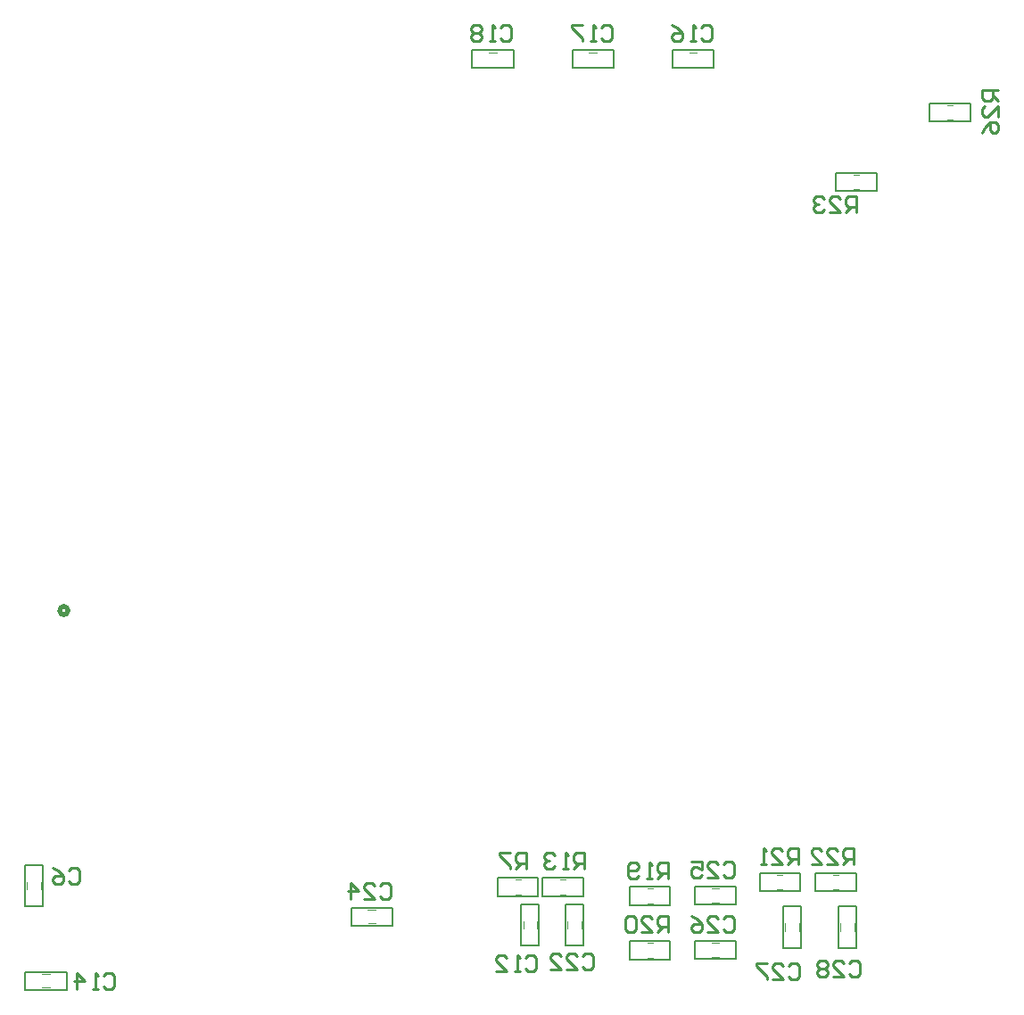
<source format=gbo>
G04*
G04 #@! TF.GenerationSoftware,Altium Limited,Altium Designer,21.2.1 (34)*
G04*
G04 Layer_Color=32896*
%FSTAX24Y24*%
%MOIN*%
G70*
G04*
G04 #@! TF.SameCoordinates,945BCF6C-99F2-443B-AAD4-787717A20437*
G04*
G04*
G04 #@! TF.FilePolarity,Positive*
G04*
G01*
G75*
%ADD10C,0.0200*%
%ADD15C,0.0040*%
%ADD16C,0.0050*%
%ADD17C,0.0100*%
D10*
X01228Y027051D02*
G03*
X01228Y027051I-00015J0D01*
G01*
D15*
X04165Y04334D02*
X04185D01*
X04165Y04279D02*
X04185D01*
X04515Y04594D02*
X04535D01*
X04515Y04539D02*
X04535D01*
X041676Y01508D02*
Y01537D01*
X04115Y01508D02*
Y01536D01*
X039616Y01508D02*
Y01537D01*
X03909Y01508D02*
Y01536D01*
X03067Y017D02*
X03087D01*
X03067Y01645D02*
X03087D01*
X029D02*
X0292D01*
X029Y017D02*
X0292D01*
X029826Y01516D02*
Y01545D01*
X0293Y01516D02*
Y01544D01*
X03096Y01516D02*
Y01544D01*
X031486Y01516D02*
Y01545D01*
X01131Y013486D02*
X0116D01*
X01132Y01296D02*
X0116D01*
X010744Y01662D02*
Y01691D01*
X01127Y01663D02*
Y01691D01*
X04087Y01718D02*
X04107D01*
X04087Y01663D02*
X04107D01*
X03879D02*
X03899D01*
X03879Y01718D02*
X03899D01*
X02802Y04791D02*
X0283D01*
X02802Y047384D02*
X02831D01*
X03176Y04791D02*
X03204D01*
X03176Y047384D02*
X03205D01*
X03551Y04791D02*
X03579D01*
X03551Y047384D02*
X0358D01*
X03393Y01666D02*
X03413D01*
X03393Y01611D02*
X03413D01*
X03393Y01463D02*
X03413D01*
X03393Y01408D02*
X03413D01*
X02349Y015886D02*
X02378D01*
X0235Y01536D02*
X02378D01*
X03633Y014626D02*
X03662D01*
X03634Y0141D02*
X03662D01*
X03633Y016666D02*
X03662D01*
X03634Y01614D02*
X03662D01*
D16*
X04099Y04273D02*
Y04341D01*
Y04273D02*
X04251D01*
Y04341D01*
X04099D02*
X04251D01*
X04449Y04533D02*
Y04601D01*
Y04533D02*
X04601D01*
Y04601D01*
X04449D02*
X04601D01*
X04107Y01445D02*
Y01599D01*
X04174D01*
Y01445D02*
Y01599D01*
X04107Y01445D02*
X04174D01*
X03901D02*
Y01599D01*
X03968D01*
Y01445D02*
Y01599D01*
X03901Y01445D02*
X03968D01*
X03001Y01638D02*
X03153D01*
X03001D02*
Y01706D01*
X03153D01*
Y01638D02*
Y01706D01*
X02986Y01638D02*
Y01706D01*
X02834D02*
X02986D01*
X02834Y01638D02*
Y01706D01*
Y01638D02*
X02986D01*
X02922Y01453D02*
Y01607D01*
X02989D01*
Y01453D02*
Y01607D01*
X02922Y01453D02*
X02989D01*
X03088D02*
X03155D01*
Y01607D01*
X03088D02*
X03155D01*
X03088Y01453D02*
Y01607D01*
X01069Y01288D02*
X01223D01*
X01069D02*
Y01355D01*
X01223D01*
Y01288D02*
Y01355D01*
X01135Y016D02*
Y01754D01*
X01068Y016D02*
X01135D01*
X01068D02*
Y01754D01*
X01135D01*
X04021Y01656D02*
X04173D01*
X04021D02*
Y01724D01*
X04173D01*
Y01656D02*
Y01724D01*
X03965Y01656D02*
Y01724D01*
X03813D02*
X03965D01*
X03813Y01656D02*
Y01724D01*
Y01656D02*
X03965D01*
X02739Y04732D02*
Y04799D01*
Y04732D02*
X02893D01*
Y04799D01*
X02739D02*
X02893D01*
X03113Y04732D02*
Y04799D01*
Y04732D02*
X03267D01*
Y04799D01*
X03113D02*
X03267D01*
X03488Y04732D02*
Y04799D01*
Y04732D02*
X03642D01*
Y04799D01*
X03488D02*
X03642D01*
X03327Y01604D02*
X03479D01*
X03327D02*
Y01672D01*
X03479D01*
Y01604D02*
Y01672D01*
X03327Y01401D02*
X03479D01*
X03327D02*
Y01469D01*
X03479D01*
Y01401D02*
Y01469D01*
X02287Y01528D02*
X02441D01*
X02287D02*
Y01595D01*
X02441D01*
Y01528D02*
Y01595D01*
X03571Y01402D02*
X03725D01*
X03571D02*
Y01469D01*
X03725D01*
Y01402D02*
Y01469D01*
X03571Y01606D02*
X03725D01*
X03571D02*
Y01673D01*
X03725D01*
Y01606D02*
Y01673D01*
D17*
X01361Y01339D02*
X01371Y01349D01*
X01391D01*
X01401Y01339D01*
Y01299D01*
X01391Y01289D01*
X01371D01*
X01361Y01299D01*
X01341Y01289D02*
X01321D01*
X01331D01*
Y01349D01*
X01341Y01339D01*
X01261Y01289D02*
Y01349D01*
X01291Y01319D01*
X01251D01*
X01231Y01732D02*
X01241Y01742D01*
X01261D01*
X01271Y01732D01*
Y01692D01*
X01261Y01682D01*
X01241D01*
X01231Y01692D01*
X01171Y01742D02*
X01191Y01732D01*
X01211Y01712D01*
Y01692D01*
X01201Y01682D01*
X01181D01*
X01171Y01692D01*
Y01702D01*
X01181Y01712D01*
X01211D01*
X04706Y04649D02*
X04646D01*
Y04619D01*
X04656Y04609D01*
X04676D01*
X04686Y04619D01*
Y04649D01*
Y04629D02*
X04706Y04609D01*
Y04549D02*
Y04589D01*
X04666Y04549D01*
X04656D01*
X04646Y04559D01*
Y04579D01*
X04656Y04589D01*
X04646Y04489D02*
X04656Y04509D01*
X04676Y04529D01*
X04696D01*
X04706Y04519D01*
Y04499D01*
X04696Y04489D01*
X04686D01*
X04676Y04499D01*
Y04529D01*
X04174Y04195D02*
Y04255D01*
X04144D01*
X04134Y04245D01*
Y04225D01*
X04144Y04215D01*
X04174D01*
X04154D02*
X04134Y04195D01*
X04074D02*
X04114D01*
X04074Y04235D01*
Y04245D01*
X04084Y04255D01*
X04104D01*
X04114Y04245D01*
X04054D02*
X04044Y04255D01*
X04024D01*
X04014Y04245D01*
Y04235D01*
X04024Y04225D01*
X04034D01*
X04024D01*
X04014Y04215D01*
Y04205D01*
X04024Y04195D01*
X04044D01*
X04054Y04205D01*
X04166Y01756D02*
Y01816D01*
X04136D01*
X04126Y01806D01*
Y01786D01*
X04136Y01776D01*
X04166D01*
X04146D02*
X04126Y01756D01*
X04066D02*
X04106D01*
X04066Y01796D01*
Y01806D01*
X04076Y01816D01*
X04096D01*
X04106Y01806D01*
X040061Y01756D02*
X04046D01*
X040061Y01796D01*
Y01806D01*
X04016Y01816D01*
X04036D01*
X04046Y01806D01*
X03958Y01756D02*
Y01816D01*
X03928D01*
X03918Y01806D01*
Y01786D01*
X03928Y01776D01*
X03958D01*
X03938D02*
X03918Y01756D01*
X03858D02*
X03898D01*
X03858Y01796D01*
Y01806D01*
X03868Y01816D01*
X03888D01*
X03898Y01806D01*
X03838Y01756D02*
X03818D01*
X03828D01*
Y01816D01*
X03838Y01806D01*
X03472Y01502D02*
Y01562D01*
X03442D01*
X03432Y01552D01*
Y01532D01*
X03442Y01522D01*
X03472D01*
X03452D02*
X03432Y01502D01*
X03372D02*
X03412D01*
X03372Y01542D01*
Y01552D01*
X03382Y01562D01*
X03402D01*
X03412Y01552D01*
X03352D02*
X03342Y01562D01*
X03322D01*
X033121Y01552D01*
Y01512D01*
X03322Y01502D01*
X03342D01*
X03352Y01512D01*
Y01552D01*
X03472Y01704D02*
Y01764D01*
X03442D01*
X03432Y01754D01*
Y01734D01*
X03442Y01724D01*
X03472D01*
X03452D02*
X03432Y01704D01*
X03412D02*
X03392D01*
X03402D01*
Y01764D01*
X03412Y01754D01*
X03362Y01714D02*
X03352Y01704D01*
X03332D01*
X03322Y01714D01*
Y01754D01*
X03332Y01764D01*
X03352D01*
X03362Y01754D01*
Y01744D01*
X03352Y01734D01*
X03322D01*
X03157Y01741D02*
Y01801D01*
X03127D01*
X03117Y01791D01*
Y01771D01*
X03127Y01761D01*
X03157D01*
X03137D02*
X03117Y01741D01*
X03097D02*
X03077D01*
X03087D01*
Y01801D01*
X03097Y01791D01*
X03047D02*
X03037Y01801D01*
X03017D01*
X03007Y01791D01*
Y01781D01*
X03017Y01771D01*
X03027D01*
X03017D01*
X03007Y01761D01*
Y01751D01*
X03017Y01741D01*
X03037D01*
X03047Y01751D01*
X0294Y01739D02*
Y01799D01*
X0291D01*
X029Y01789D01*
Y01769D01*
X0291Y01759D01*
X0294D01*
X0292D02*
X029Y01739D01*
X0288Y01799D02*
X0284D01*
Y01789D01*
X0288Y01749D01*
Y01739D01*
X04147Y01388D02*
X04157Y01398D01*
X04177D01*
X04187Y01388D01*
Y01348D01*
X04177Y01338D01*
X04157D01*
X04147Y01348D01*
X04087Y01338D02*
X04127D01*
X04087Y01378D01*
Y01388D01*
X04097Y01398D01*
X04117D01*
X04127Y01388D01*
X04067D02*
X04057Y01398D01*
X04037D01*
X04027Y01388D01*
Y01378D01*
X04037Y01368D01*
X04027Y01358D01*
Y01348D01*
X04037Y01338D01*
X04057D01*
X04067Y01348D01*
Y01358D01*
X04057Y01368D01*
X04067Y01378D01*
Y01388D01*
X04057Y01368D02*
X04037D01*
X0392Y01377D02*
X0393Y01387D01*
X0395D01*
X0396Y01377D01*
Y01337D01*
X0395Y01327D01*
X0393D01*
X0392Y01337D01*
X0386Y01327D02*
X039D01*
X0386Y01367D01*
Y01377D01*
X0387Y01387D01*
X0389D01*
X039Y01377D01*
X0384Y01387D02*
X038D01*
Y01377D01*
X0384Y01337D01*
Y01327D01*
X03678Y01552D02*
X03688Y01562D01*
X03708D01*
X03718Y01552D01*
Y01512D01*
X03708Y01502D01*
X03688D01*
X03678Y01512D01*
X03618Y01502D02*
X03658D01*
X03618Y01542D01*
Y01552D01*
X03628Y01562D01*
X03648D01*
X03658Y01552D01*
X035581Y01562D02*
X03578Y01552D01*
X03598Y01532D01*
Y01512D01*
X03588Y01502D01*
X03568D01*
X035581Y01512D01*
Y01522D01*
X03568Y01532D01*
X03598D01*
X03678Y01756D02*
X03688Y01766D01*
X03708D01*
X03718Y01756D01*
Y01716D01*
X03708Y01706D01*
X03688D01*
X03678Y01716D01*
X03618Y01706D02*
X03658D01*
X03618Y01746D01*
Y01756D01*
X03628Y01766D01*
X03648D01*
X03658Y01756D01*
X035581Y01766D02*
X03598D01*
Y01736D01*
X03578Y01746D01*
X03568D01*
X035581Y01736D01*
Y01716D01*
X03568Y01706D01*
X03588D01*
X03598Y01716D01*
X02394Y01678D02*
X02404Y01688D01*
X02424D01*
X02434Y01678D01*
Y01638D01*
X02424Y01628D01*
X02404D01*
X02394Y01638D01*
X02334Y01628D02*
X02374D01*
X02334Y01668D01*
Y01678D01*
X02344Y01688D01*
X02364D01*
X02374Y01678D01*
X02284Y01628D02*
Y01688D01*
X02314Y01658D01*
X022741D01*
X03151Y01415D02*
X03161Y01425D01*
X03181D01*
X03191Y01415D01*
Y01375D01*
X03181Y01365D01*
X03161D01*
X03151Y01375D01*
X03091Y01365D02*
X03131D01*
X03091Y01405D01*
Y01415D01*
X03101Y01425D01*
X03121D01*
X03131Y01415D01*
X03031Y01365D02*
X03071D01*
X03031Y01405D01*
Y01415D01*
X03041Y01425D01*
X03061D01*
X03071Y01415D01*
X02846Y04882D02*
X02856Y04892D01*
X02876D01*
X02886Y04882D01*
Y04842D01*
X02876Y04832D01*
X02856D01*
X02846Y04842D01*
X02826Y04832D02*
X02806D01*
X02816D01*
Y04892D01*
X02826Y04882D01*
X02776D02*
X02766Y04892D01*
X02746D01*
X02736Y04882D01*
Y04872D01*
X02746Y04862D01*
X02736Y04852D01*
Y04842D01*
X02746Y04832D01*
X02766D01*
X02776Y04842D01*
Y04852D01*
X02766Y04862D01*
X02776Y04872D01*
Y04882D01*
X02766Y04862D02*
X02746D01*
X0322Y04882D02*
X0323Y04892D01*
X0325D01*
X0326Y04882D01*
Y04842D01*
X0325Y04832D01*
X0323D01*
X0322Y04842D01*
X032Y04832D02*
X0318D01*
X0319D01*
Y04892D01*
X032Y04882D01*
X0315Y04892D02*
X0311D01*
Y04882D01*
X0315Y04842D01*
Y04832D01*
X03594Y04882D02*
X03604Y04892D01*
X03624D01*
X03634Y04882D01*
Y04842D01*
X03624Y04832D01*
X03604D01*
X03594Y04842D01*
X03574Y04832D02*
X03554D01*
X03564D01*
Y04892D01*
X03574Y04882D01*
X03484Y04892D02*
X03504Y04882D01*
X03524Y04862D01*
Y04842D01*
X03514Y04832D01*
X03494D01*
X03484Y04842D01*
Y04852D01*
X03494Y04862D01*
X03524D01*
X02938Y01406D02*
X02948Y01416D01*
X02968D01*
X02978Y01406D01*
Y01366D01*
X02968Y01356D01*
X02948D01*
X02938Y01366D01*
X02918Y01356D02*
X02898D01*
X02908D01*
Y01416D01*
X02918Y01406D01*
X02828Y01356D02*
X02868D01*
X02828Y01396D01*
Y01406D01*
X02838Y01416D01*
X02858D01*
X02868Y01406D01*
M02*

</source>
